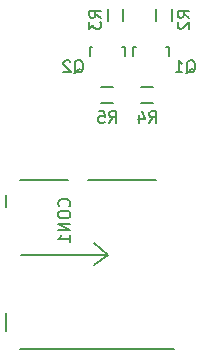
<source format=gbr>
G04 #@! TF.FileFunction,Legend,Bot*
%FSLAX46Y46*%
G04 Gerber Fmt 4.6, Leading zero omitted, Abs format (unit mm)*
G04 Created by KiCad (PCBNEW 4.0.4+e1-6308~48~ubuntu16.04.1-stable) date Mon Nov 21 01:04:18 2016*
%MOMM*%
%LPD*%
G01*
G04 APERTURE LIST*
%ADD10C,0.100000*%
%ADD11C,0.150000*%
G04 APERTURE END LIST*
D10*
D11*
X160500840Y-68649760D02*
X160549100Y-68649760D01*
X163299820Y-69350800D02*
X163299820Y-68649760D01*
X163299820Y-68649760D02*
X163050900Y-68649760D01*
X160500840Y-68649760D02*
X160300180Y-68649760D01*
X160300180Y-68649760D02*
X160300180Y-69350800D01*
X156800840Y-68649760D02*
X156849100Y-68649760D01*
X159599820Y-69350800D02*
X159599820Y-68649760D01*
X159599820Y-68649760D02*
X159350900Y-68649760D01*
X156800840Y-68649760D02*
X156600180Y-68649760D01*
X156600180Y-68649760D02*
X156600180Y-69350800D01*
X163575000Y-66400000D02*
X163575000Y-65400000D01*
X162225000Y-65400000D02*
X162225000Y-66400000D01*
X159475000Y-66400000D02*
X159475000Y-65400000D01*
X158125000Y-65400000D02*
X158125000Y-66400000D01*
X162000000Y-72025000D02*
X161000000Y-72025000D01*
X161000000Y-73375000D02*
X162000000Y-73375000D01*
X158600000Y-72025000D02*
X157600000Y-72025000D01*
X157600000Y-73375000D02*
X158600000Y-73375000D01*
X149500000Y-91150000D02*
X149500000Y-92650000D01*
X149500000Y-81150000D02*
X149500000Y-82150000D01*
X163750000Y-94150000D02*
X150750000Y-94150000D01*
X162250000Y-79900000D02*
X156500000Y-79900000D01*
X150750000Y-79900000D02*
X154750000Y-79900000D01*
X158200000Y-86250000D02*
X157000000Y-85250000D01*
X150800000Y-86250000D02*
X158200000Y-86250000D01*
X158200000Y-86250000D02*
X157000000Y-87050000D01*
X164795238Y-70847619D02*
X164890476Y-70800000D01*
X164985714Y-70704762D01*
X165128571Y-70561905D01*
X165223810Y-70514286D01*
X165319048Y-70514286D01*
X165271429Y-70752381D02*
X165366667Y-70704762D01*
X165461905Y-70609524D01*
X165509524Y-70419048D01*
X165509524Y-70085714D01*
X165461905Y-69895238D01*
X165366667Y-69800000D01*
X165271429Y-69752381D01*
X165080952Y-69752381D01*
X164985714Y-69800000D01*
X164890476Y-69895238D01*
X164842857Y-70085714D01*
X164842857Y-70419048D01*
X164890476Y-70609524D01*
X164985714Y-70704762D01*
X165080952Y-70752381D01*
X165271429Y-70752381D01*
X163890476Y-70752381D02*
X164461905Y-70752381D01*
X164176191Y-70752381D02*
X164176191Y-69752381D01*
X164271429Y-69895238D01*
X164366667Y-69990476D01*
X164461905Y-70038095D01*
X155295238Y-70847619D02*
X155390476Y-70800000D01*
X155485714Y-70704762D01*
X155628571Y-70561905D01*
X155723810Y-70514286D01*
X155819048Y-70514286D01*
X155771429Y-70752381D02*
X155866667Y-70704762D01*
X155961905Y-70609524D01*
X156009524Y-70419048D01*
X156009524Y-70085714D01*
X155961905Y-69895238D01*
X155866667Y-69800000D01*
X155771429Y-69752381D01*
X155580952Y-69752381D01*
X155485714Y-69800000D01*
X155390476Y-69895238D01*
X155342857Y-70085714D01*
X155342857Y-70419048D01*
X155390476Y-70609524D01*
X155485714Y-70704762D01*
X155580952Y-70752381D01*
X155771429Y-70752381D01*
X154961905Y-69847619D02*
X154914286Y-69800000D01*
X154819048Y-69752381D01*
X154580952Y-69752381D01*
X154485714Y-69800000D01*
X154438095Y-69847619D01*
X154390476Y-69942857D01*
X154390476Y-70038095D01*
X154438095Y-70180952D01*
X155009524Y-70752381D01*
X154390476Y-70752381D01*
X165052381Y-66133334D02*
X164576190Y-65800000D01*
X165052381Y-65561905D02*
X164052381Y-65561905D01*
X164052381Y-65942858D01*
X164100000Y-66038096D01*
X164147619Y-66085715D01*
X164242857Y-66133334D01*
X164385714Y-66133334D01*
X164480952Y-66085715D01*
X164528571Y-66038096D01*
X164576190Y-65942858D01*
X164576190Y-65561905D01*
X164147619Y-66514286D02*
X164100000Y-66561905D01*
X164052381Y-66657143D01*
X164052381Y-66895239D01*
X164100000Y-66990477D01*
X164147619Y-67038096D01*
X164242857Y-67085715D01*
X164338095Y-67085715D01*
X164480952Y-67038096D01*
X165052381Y-66466667D01*
X165052381Y-67085715D01*
X157552381Y-66133334D02*
X157076190Y-65800000D01*
X157552381Y-65561905D02*
X156552381Y-65561905D01*
X156552381Y-65942858D01*
X156600000Y-66038096D01*
X156647619Y-66085715D01*
X156742857Y-66133334D01*
X156885714Y-66133334D01*
X156980952Y-66085715D01*
X157028571Y-66038096D01*
X157076190Y-65942858D01*
X157076190Y-65561905D01*
X156552381Y-66466667D02*
X156552381Y-67085715D01*
X156933333Y-66752381D01*
X156933333Y-66895239D01*
X156980952Y-66990477D01*
X157028571Y-67038096D01*
X157123810Y-67085715D01*
X157361905Y-67085715D01*
X157457143Y-67038096D01*
X157504762Y-66990477D01*
X157552381Y-66895239D01*
X157552381Y-66609524D01*
X157504762Y-66514286D01*
X157457143Y-66466667D01*
X161666666Y-75052381D02*
X162000000Y-74576190D01*
X162238095Y-75052381D02*
X162238095Y-74052381D01*
X161857142Y-74052381D01*
X161761904Y-74100000D01*
X161714285Y-74147619D01*
X161666666Y-74242857D01*
X161666666Y-74385714D01*
X161714285Y-74480952D01*
X161761904Y-74528571D01*
X161857142Y-74576190D01*
X162238095Y-74576190D01*
X160809523Y-74385714D02*
X160809523Y-75052381D01*
X161047619Y-74004762D02*
X161285714Y-74719048D01*
X160666666Y-74719048D01*
X158266666Y-75052381D02*
X158600000Y-74576190D01*
X158838095Y-75052381D02*
X158838095Y-74052381D01*
X158457142Y-74052381D01*
X158361904Y-74100000D01*
X158314285Y-74147619D01*
X158266666Y-74242857D01*
X158266666Y-74385714D01*
X158314285Y-74480952D01*
X158361904Y-74528571D01*
X158457142Y-74576190D01*
X158838095Y-74576190D01*
X157361904Y-74052381D02*
X157838095Y-74052381D01*
X157885714Y-74528571D01*
X157838095Y-74480952D01*
X157742857Y-74433333D01*
X157504761Y-74433333D01*
X157409523Y-74480952D01*
X157361904Y-74528571D01*
X157314285Y-74623810D01*
X157314285Y-74861905D01*
X157361904Y-74957143D01*
X157409523Y-75004762D01*
X157504761Y-75052381D01*
X157742857Y-75052381D01*
X157838095Y-75004762D01*
X157885714Y-74957143D01*
X154857143Y-82085715D02*
X154904762Y-82038096D01*
X154952381Y-81895239D01*
X154952381Y-81800001D01*
X154904762Y-81657143D01*
X154809524Y-81561905D01*
X154714286Y-81514286D01*
X154523810Y-81466667D01*
X154380952Y-81466667D01*
X154190476Y-81514286D01*
X154095238Y-81561905D01*
X154000000Y-81657143D01*
X153952381Y-81800001D01*
X153952381Y-81895239D01*
X154000000Y-82038096D01*
X154047619Y-82085715D01*
X153952381Y-82704762D02*
X153952381Y-82895239D01*
X154000000Y-82990477D01*
X154095238Y-83085715D01*
X154285714Y-83133334D01*
X154619048Y-83133334D01*
X154809524Y-83085715D01*
X154904762Y-82990477D01*
X154952381Y-82895239D01*
X154952381Y-82704762D01*
X154904762Y-82609524D01*
X154809524Y-82514286D01*
X154619048Y-82466667D01*
X154285714Y-82466667D01*
X154095238Y-82514286D01*
X154000000Y-82609524D01*
X153952381Y-82704762D01*
X154952381Y-83561905D02*
X153952381Y-83561905D01*
X154952381Y-84133334D01*
X153952381Y-84133334D01*
X154952381Y-85133334D02*
X154952381Y-84561905D01*
X154952381Y-84847619D02*
X153952381Y-84847619D01*
X154095238Y-84752381D01*
X154190476Y-84657143D01*
X154238095Y-84561905D01*
M02*

</source>
